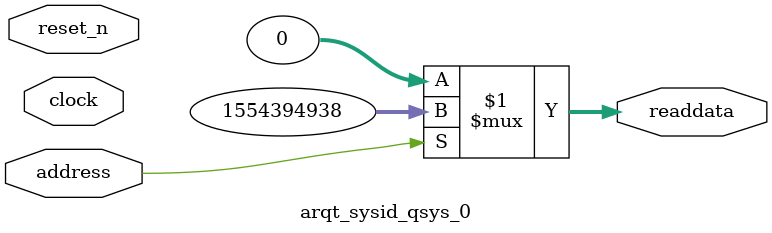
<source format=v>

`timescale 1ns / 1ps
// synthesis translate_on

// turn off superfluous verilog processor warnings 
// altera message_level Level1 
// altera message_off 10034 10035 10036 10037 10230 10240 10030 

module arqt_sysid_qsys_0 (
               // inputs:
                address,
                clock,
                reset_n,

               // outputs:
                readdata
             )
;

  output  [ 31: 0] readdata;
  input            address;
  input            clock;
  input            reset_n;

  wire    [ 31: 0] readdata;
  //control_slave, which is an e_avalon_slave
  assign readdata = address ? 1554394938 : 0;

endmodule




</source>
